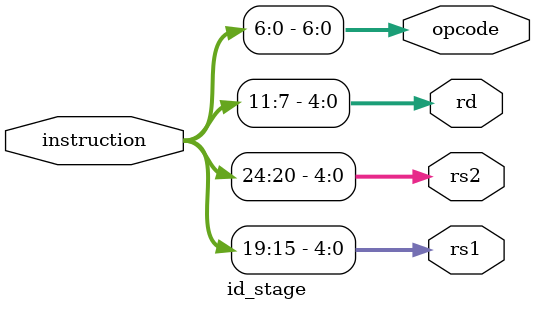
<source format=v>
module id_stage(
    input [31:0] instruction,
    output [4:0] rs1,
    output [4:0] rs2,
    output [4:0] rd,
    output [6:0] opcode
);

assign opcode = instruction[6:0];
assign rd = instruction[11:7];
assign rs1 = instruction[19:15];
assign rs2 = instruction[24:20];

endmodule

</source>
